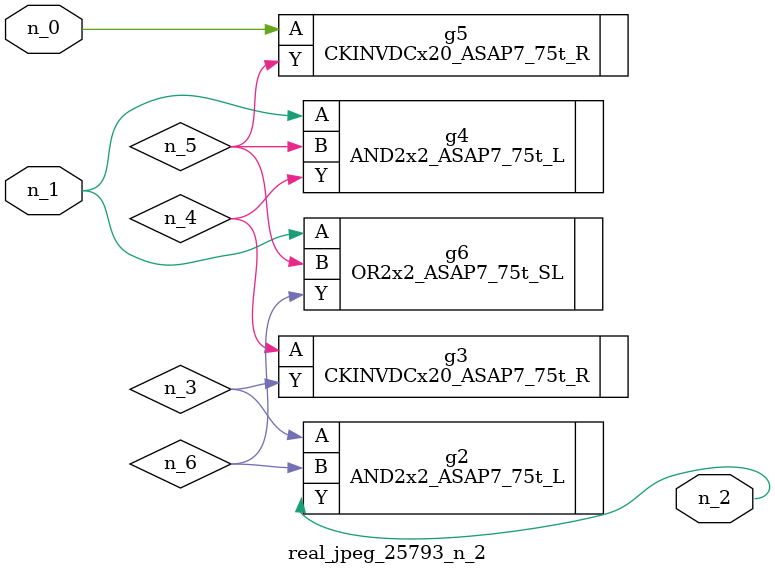
<source format=v>
module real_jpeg_25793_n_2 (n_1, n_0, n_2);

input n_1;
input n_0;

output n_2;

wire n_5;
wire n_4;
wire n_6;
wire n_3;

CKINVDCx20_ASAP7_75t_R g5 ( 
.A(n_0),
.Y(n_5)
);

AND2x2_ASAP7_75t_L g4 ( 
.A(n_1),
.B(n_5),
.Y(n_4)
);

OR2x2_ASAP7_75t_SL g6 ( 
.A(n_1),
.B(n_5),
.Y(n_6)
);

AND2x2_ASAP7_75t_L g2 ( 
.A(n_3),
.B(n_6),
.Y(n_2)
);

CKINVDCx20_ASAP7_75t_R g3 ( 
.A(n_4),
.Y(n_3)
);


endmodule
</source>
